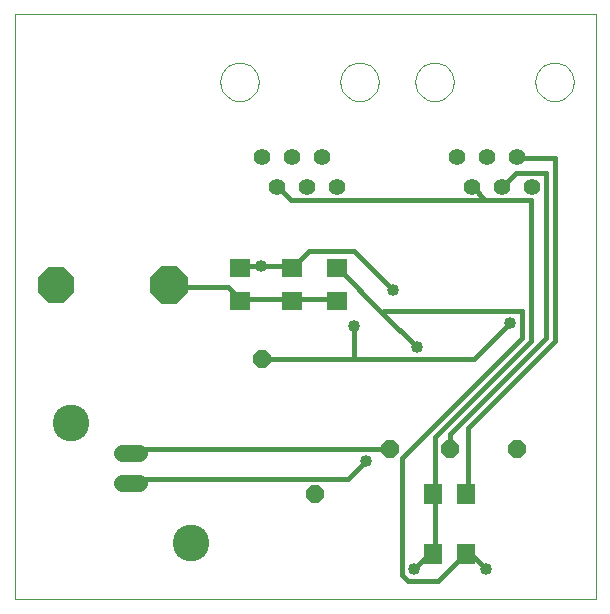
<source format=gbl>
G75*
%MOIN*%
%OFA0B0*%
%FSLAX24Y24*%
%IPPOS*%
%LPD*%
%AMOC8*
5,1,8,0,0,1.08239X$1,22.5*
%
%ADD10C,0.0000*%
%ADD11C,0.0582*%
%ADD12C,0.1223*%
%ADD13OC8,0.1181*%
%ADD14OC8,0.1266*%
%ADD15C,0.0554*%
%ADD16R,0.0630X0.0710*%
%ADD17R,0.0709X0.0630*%
%ADD18R,0.0710X0.0630*%
%ADD19OC8,0.0600*%
%ADD20C,0.0180*%
%ADD21C,0.0400*%
D10*
X000100Y001257D02*
X000100Y020753D01*
X019470Y020753D01*
X019470Y001257D01*
X000100Y001257D01*
X006960Y018507D02*
X006962Y018557D01*
X006968Y018607D01*
X006978Y018656D01*
X006991Y018705D01*
X007009Y018752D01*
X007030Y018798D01*
X007054Y018841D01*
X007082Y018883D01*
X007113Y018923D01*
X007147Y018960D01*
X007184Y018994D01*
X007224Y019025D01*
X007266Y019053D01*
X007309Y019077D01*
X007355Y019098D01*
X007402Y019116D01*
X007451Y019129D01*
X007500Y019139D01*
X007550Y019145D01*
X007600Y019147D01*
X007650Y019145D01*
X007700Y019139D01*
X007749Y019129D01*
X007798Y019116D01*
X007845Y019098D01*
X007891Y019077D01*
X007934Y019053D01*
X007976Y019025D01*
X008016Y018994D01*
X008053Y018960D01*
X008087Y018923D01*
X008118Y018883D01*
X008146Y018841D01*
X008170Y018798D01*
X008191Y018752D01*
X008209Y018705D01*
X008222Y018656D01*
X008232Y018607D01*
X008238Y018557D01*
X008240Y018507D01*
X008238Y018457D01*
X008232Y018407D01*
X008222Y018358D01*
X008209Y018309D01*
X008191Y018262D01*
X008170Y018216D01*
X008146Y018173D01*
X008118Y018131D01*
X008087Y018091D01*
X008053Y018054D01*
X008016Y018020D01*
X007976Y017989D01*
X007934Y017961D01*
X007891Y017937D01*
X007845Y017916D01*
X007798Y017898D01*
X007749Y017885D01*
X007700Y017875D01*
X007650Y017869D01*
X007600Y017867D01*
X007550Y017869D01*
X007500Y017875D01*
X007451Y017885D01*
X007402Y017898D01*
X007355Y017916D01*
X007309Y017937D01*
X007266Y017961D01*
X007224Y017989D01*
X007184Y018020D01*
X007147Y018054D01*
X007113Y018091D01*
X007082Y018131D01*
X007054Y018173D01*
X007030Y018216D01*
X007009Y018262D01*
X006991Y018309D01*
X006978Y018358D01*
X006968Y018407D01*
X006962Y018457D01*
X006960Y018507D01*
X010960Y018507D02*
X010962Y018557D01*
X010968Y018607D01*
X010978Y018656D01*
X010991Y018705D01*
X011009Y018752D01*
X011030Y018798D01*
X011054Y018841D01*
X011082Y018883D01*
X011113Y018923D01*
X011147Y018960D01*
X011184Y018994D01*
X011224Y019025D01*
X011266Y019053D01*
X011309Y019077D01*
X011355Y019098D01*
X011402Y019116D01*
X011451Y019129D01*
X011500Y019139D01*
X011550Y019145D01*
X011600Y019147D01*
X011650Y019145D01*
X011700Y019139D01*
X011749Y019129D01*
X011798Y019116D01*
X011845Y019098D01*
X011891Y019077D01*
X011934Y019053D01*
X011976Y019025D01*
X012016Y018994D01*
X012053Y018960D01*
X012087Y018923D01*
X012118Y018883D01*
X012146Y018841D01*
X012170Y018798D01*
X012191Y018752D01*
X012209Y018705D01*
X012222Y018656D01*
X012232Y018607D01*
X012238Y018557D01*
X012240Y018507D01*
X012238Y018457D01*
X012232Y018407D01*
X012222Y018358D01*
X012209Y018309D01*
X012191Y018262D01*
X012170Y018216D01*
X012146Y018173D01*
X012118Y018131D01*
X012087Y018091D01*
X012053Y018054D01*
X012016Y018020D01*
X011976Y017989D01*
X011934Y017961D01*
X011891Y017937D01*
X011845Y017916D01*
X011798Y017898D01*
X011749Y017885D01*
X011700Y017875D01*
X011650Y017869D01*
X011600Y017867D01*
X011550Y017869D01*
X011500Y017875D01*
X011451Y017885D01*
X011402Y017898D01*
X011355Y017916D01*
X011309Y017937D01*
X011266Y017961D01*
X011224Y017989D01*
X011184Y018020D01*
X011147Y018054D01*
X011113Y018091D01*
X011082Y018131D01*
X011054Y018173D01*
X011030Y018216D01*
X011009Y018262D01*
X010991Y018309D01*
X010978Y018358D01*
X010968Y018407D01*
X010962Y018457D01*
X010960Y018507D01*
X013460Y018507D02*
X013462Y018557D01*
X013468Y018607D01*
X013478Y018656D01*
X013491Y018705D01*
X013509Y018752D01*
X013530Y018798D01*
X013554Y018841D01*
X013582Y018883D01*
X013613Y018923D01*
X013647Y018960D01*
X013684Y018994D01*
X013724Y019025D01*
X013766Y019053D01*
X013809Y019077D01*
X013855Y019098D01*
X013902Y019116D01*
X013951Y019129D01*
X014000Y019139D01*
X014050Y019145D01*
X014100Y019147D01*
X014150Y019145D01*
X014200Y019139D01*
X014249Y019129D01*
X014298Y019116D01*
X014345Y019098D01*
X014391Y019077D01*
X014434Y019053D01*
X014476Y019025D01*
X014516Y018994D01*
X014553Y018960D01*
X014587Y018923D01*
X014618Y018883D01*
X014646Y018841D01*
X014670Y018798D01*
X014691Y018752D01*
X014709Y018705D01*
X014722Y018656D01*
X014732Y018607D01*
X014738Y018557D01*
X014740Y018507D01*
X014738Y018457D01*
X014732Y018407D01*
X014722Y018358D01*
X014709Y018309D01*
X014691Y018262D01*
X014670Y018216D01*
X014646Y018173D01*
X014618Y018131D01*
X014587Y018091D01*
X014553Y018054D01*
X014516Y018020D01*
X014476Y017989D01*
X014434Y017961D01*
X014391Y017937D01*
X014345Y017916D01*
X014298Y017898D01*
X014249Y017885D01*
X014200Y017875D01*
X014150Y017869D01*
X014100Y017867D01*
X014050Y017869D01*
X014000Y017875D01*
X013951Y017885D01*
X013902Y017898D01*
X013855Y017916D01*
X013809Y017937D01*
X013766Y017961D01*
X013724Y017989D01*
X013684Y018020D01*
X013647Y018054D01*
X013613Y018091D01*
X013582Y018131D01*
X013554Y018173D01*
X013530Y018216D01*
X013509Y018262D01*
X013491Y018309D01*
X013478Y018358D01*
X013468Y018407D01*
X013462Y018457D01*
X013460Y018507D01*
X017460Y018507D02*
X017462Y018557D01*
X017468Y018607D01*
X017478Y018656D01*
X017491Y018705D01*
X017509Y018752D01*
X017530Y018798D01*
X017554Y018841D01*
X017582Y018883D01*
X017613Y018923D01*
X017647Y018960D01*
X017684Y018994D01*
X017724Y019025D01*
X017766Y019053D01*
X017809Y019077D01*
X017855Y019098D01*
X017902Y019116D01*
X017951Y019129D01*
X018000Y019139D01*
X018050Y019145D01*
X018100Y019147D01*
X018150Y019145D01*
X018200Y019139D01*
X018249Y019129D01*
X018298Y019116D01*
X018345Y019098D01*
X018391Y019077D01*
X018434Y019053D01*
X018476Y019025D01*
X018516Y018994D01*
X018553Y018960D01*
X018587Y018923D01*
X018618Y018883D01*
X018646Y018841D01*
X018670Y018798D01*
X018691Y018752D01*
X018709Y018705D01*
X018722Y018656D01*
X018732Y018607D01*
X018738Y018557D01*
X018740Y018507D01*
X018738Y018457D01*
X018732Y018407D01*
X018722Y018358D01*
X018709Y018309D01*
X018691Y018262D01*
X018670Y018216D01*
X018646Y018173D01*
X018618Y018131D01*
X018587Y018091D01*
X018553Y018054D01*
X018516Y018020D01*
X018476Y017989D01*
X018434Y017961D01*
X018391Y017937D01*
X018345Y017916D01*
X018298Y017898D01*
X018249Y017885D01*
X018200Y017875D01*
X018150Y017869D01*
X018100Y017867D01*
X018050Y017869D01*
X018000Y017875D01*
X017951Y017885D01*
X017902Y017898D01*
X017855Y017916D01*
X017809Y017937D01*
X017766Y017961D01*
X017724Y017989D01*
X017684Y018020D01*
X017647Y018054D01*
X017613Y018091D01*
X017582Y018131D01*
X017554Y018173D01*
X017530Y018216D01*
X017509Y018262D01*
X017491Y018309D01*
X017478Y018358D01*
X017468Y018407D01*
X017462Y018457D01*
X017460Y018507D01*
D11*
X004265Y006131D02*
X003683Y006131D01*
X003675Y005139D02*
X004257Y005139D01*
D12*
X005974Y003131D03*
X001974Y007131D03*
D13*
X001494Y011726D03*
D14*
X005234Y011726D03*
D15*
X008850Y015007D03*
X008350Y016007D03*
X009350Y016007D03*
X009850Y015007D03*
X010350Y016007D03*
X010850Y015007D03*
X014850Y016007D03*
X015350Y015007D03*
X015850Y016007D03*
X016350Y015007D03*
X016850Y016007D03*
X017350Y015007D03*
D16*
X015160Y004757D03*
X014040Y004757D03*
X014040Y002757D03*
X015160Y002757D03*
D17*
X010850Y011206D03*
X010850Y012308D03*
X009350Y012308D03*
X009350Y011206D03*
D18*
X007600Y011197D03*
X007600Y012317D03*
D19*
X008350Y009257D03*
X010100Y004757D03*
X012600Y006257D03*
X014600Y006257D03*
X016850Y006257D03*
D20*
X015200Y006957D02*
X015200Y004757D01*
X015160Y004757D01*
X014100Y004757D02*
X014040Y004757D01*
X014100Y004757D01*
X014100Y006657D01*
X017300Y009857D01*
X017300Y014557D01*
X015800Y014557D01*
X015750Y014607D01*
X015700Y014557D01*
X009300Y014557D01*
X008900Y014957D01*
X008850Y015007D01*
X009900Y012857D02*
X009400Y012357D01*
X009350Y012308D01*
X009300Y012357D01*
X008300Y012357D01*
X007600Y012357D01*
X007600Y012317D01*
X007200Y011657D02*
X005300Y011657D01*
X005234Y011726D01*
X007200Y011657D02*
X007600Y011257D01*
X007600Y011197D01*
X007600Y011257D01*
X009300Y011257D01*
X009350Y011206D01*
X009400Y011257D01*
X010800Y011257D01*
X010850Y011206D01*
X011400Y010357D02*
X011400Y009257D01*
X015400Y009257D01*
X016600Y010457D01*
X017000Y010857D02*
X012400Y010857D01*
X012350Y010807D01*
X010900Y012257D01*
X010850Y012308D01*
X011400Y012857D02*
X009900Y012857D01*
X011400Y012857D02*
X012700Y011557D01*
X012350Y010807D02*
X013500Y009657D01*
X011400Y009257D02*
X008400Y009257D01*
X008350Y009257D01*
X011800Y005857D02*
X011200Y005257D01*
X004100Y005257D01*
X004000Y005157D01*
X003966Y005139D01*
X003974Y006131D02*
X004000Y006157D01*
X004100Y006257D01*
X012600Y006257D01*
X013000Y005957D02*
X017000Y009957D01*
X017000Y010857D01*
X017800Y009957D02*
X017800Y015457D01*
X016800Y015457D01*
X016400Y015057D01*
X016350Y015007D01*
X015750Y014607D02*
X015400Y014957D01*
X015350Y015007D01*
X016850Y016007D02*
X016900Y015957D01*
X018100Y015957D01*
X018100Y009857D01*
X015200Y006957D01*
X014600Y006757D02*
X017800Y009957D01*
X014600Y006757D02*
X014600Y006257D01*
X014100Y004757D02*
X014100Y002757D01*
X014040Y002757D01*
X014000Y002757D01*
X013900Y002757D01*
X013400Y002257D01*
X013000Y002057D02*
X013200Y001857D01*
X014200Y001857D01*
X015100Y002757D01*
X015160Y002757D01*
X015200Y002757D01*
X015300Y002757D01*
X015800Y002257D01*
X013000Y002057D02*
X013000Y005957D01*
D21*
X011800Y005857D03*
X013400Y002257D03*
X015800Y002257D03*
X013500Y009657D03*
X012700Y011557D03*
X011400Y010357D03*
X008300Y012357D03*
X016600Y010457D03*
M02*

</source>
